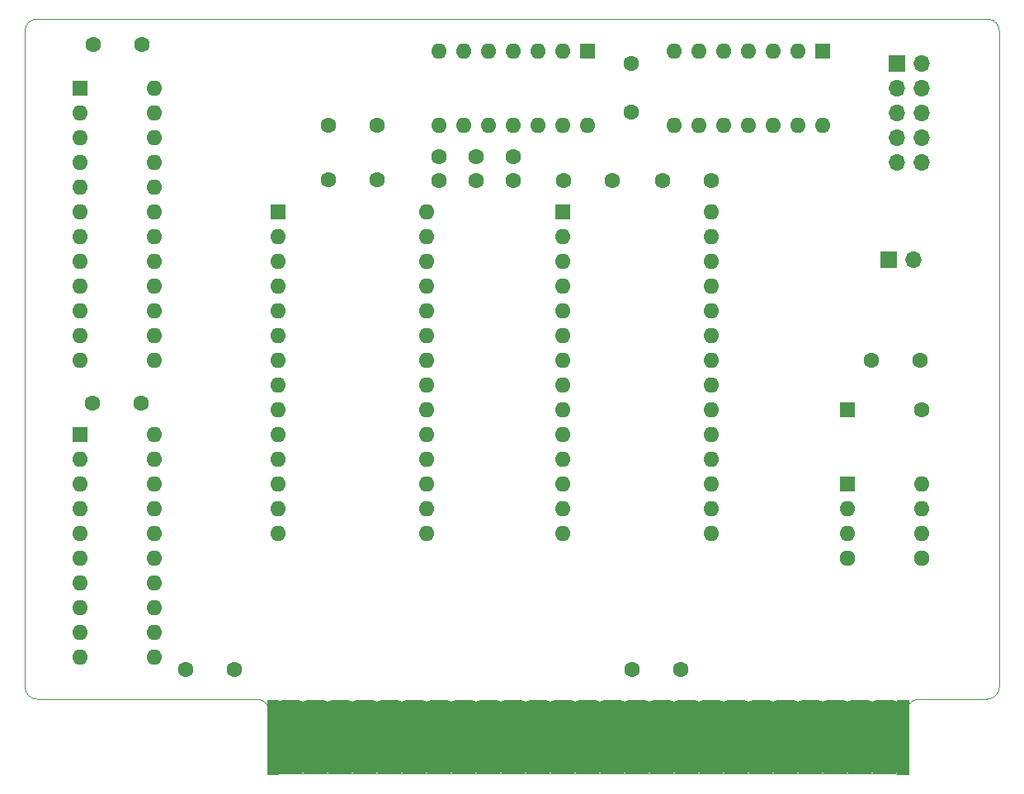
<source format=gbr>
%TF.GenerationSoftware,KiCad,Pcbnew,(6.0.8-1)-1*%
%TF.CreationDate,2022-10-18T00:20:39-07:00*%
%TF.ProjectId,SimpleSerialCard,53696d70-6c65-4536-9572-69616c436172,rev?*%
%TF.SameCoordinates,Original*%
%TF.FileFunction,Soldermask,Top*%
%TF.FilePolarity,Negative*%
%FSLAX46Y46*%
G04 Gerber Fmt 4.6, Leading zero omitted, Abs format (unit mm)*
G04 Created by KiCad (PCBNEW (6.0.8-1)-1) date 2022-10-18 00:20:39*
%MOMM*%
%LPD*%
G01*
G04 APERTURE LIST*
G04 Aperture macros list*
%AMRoundRect*
0 Rectangle with rounded corners*
0 $1 Rounding radius*
0 $2 $3 $4 $5 $6 $7 $8 $9 X,Y pos of 4 corners*
0 Add a 4 corners polygon primitive as box body*
4,1,4,$2,$3,$4,$5,$6,$7,$8,$9,$2,$3,0*
0 Add four circle primitives for the rounded corners*
1,1,$1+$1,$2,$3*
1,1,$1+$1,$4,$5*
1,1,$1+$1,$6,$7*
1,1,$1+$1,$8,$9*
0 Add four rect primitives between the rounded corners*
20,1,$1+$1,$2,$3,$4,$5,0*
20,1,$1+$1,$4,$5,$6,$7,0*
20,1,$1+$1,$6,$7,$8,$9,0*
20,1,$1+$1,$8,$9,$2,$3,0*%
G04 Aperture macros list end*
%TA.AperFunction,Profile*%
%ADD10C,0.100000*%
%TD*%
%ADD11C,0.001000*%
%ADD12O,1.700000X1.700000*%
%ADD13R,1.700000X1.700000*%
%ADD14O,1.600000X1.600000*%
%ADD15R,1.600000X1.600000*%
%ADD16C,1.600000*%
%ADD17RoundRect,0.650000X-0.762000X3.175000X-0.762000X-3.175000X0.762000X-3.175000X0.762000X3.175000X0*%
G04 APERTURE END LIST*
D10*
X201002500Y-50038000D02*
X103542500Y-50038000D01*
X103542500Y-119888000D02*
X126072500Y-119888000D01*
X194017500Y-119888000D02*
G75*
G03*
X192747500Y-121158000I0J-1270000D01*
G01*
X194017500Y-119888000D02*
X201002500Y-119888000D01*
X103542500Y-50038000D02*
G75*
G03*
X102272500Y-51308000I0J-1270000D01*
G01*
X102272500Y-118618000D02*
X102272500Y-51308000D01*
X201002500Y-119888000D02*
G75*
G03*
X202272500Y-118618000I0J1270000D01*
G01*
X102272500Y-118618000D02*
G75*
G03*
X103542500Y-119888000I1270000J0D01*
G01*
X127342500Y-121158000D02*
G75*
G03*
X126072500Y-119888000I-1270000J0D01*
G01*
X192112500Y-127508000D02*
X127977500Y-127508000D01*
X192747500Y-126873000D02*
X192112500Y-127508000D01*
X127342500Y-126873000D02*
X127977500Y-127508000D01*
X192747500Y-121158000D02*
X192747500Y-126873000D01*
X202272500Y-51308000D02*
G75*
G03*
X201002500Y-50038000I-1270000J0D01*
G01*
X202272500Y-118618000D02*
X202272500Y-51308000D01*
X127342500Y-121158000D02*
X127342500Y-126873000D01*
%TO.C,P1*%
G36*
X192913000Y-127635000D02*
G01*
X191770000Y-127635000D01*
X191770000Y-120015000D01*
X192913000Y-120015000D01*
X192913000Y-127635000D01*
G37*
D11*
X192913000Y-127635000D02*
X191770000Y-127635000D01*
X191770000Y-120015000D01*
X192913000Y-120015000D01*
X192913000Y-127635000D01*
G36*
X128270000Y-127635000D02*
G01*
X127127000Y-127635000D01*
X127127000Y-120015000D01*
X128270000Y-120015000D01*
X128270000Y-127635000D01*
G37*
X128270000Y-127635000D02*
X127127000Y-127635000D01*
X127127000Y-120015000D01*
X128270000Y-120015000D01*
X128270000Y-127635000D01*
%TD*%
D12*
%TO.C,J2*%
X194310000Y-64770000D03*
X191770000Y-64770000D03*
X194310000Y-62230000D03*
X191770000Y-62230000D03*
X194310000Y-59690000D03*
X191770000Y-59690000D03*
X194310000Y-57150000D03*
X191770000Y-57150000D03*
X194310000Y-54610000D03*
D13*
X191770000Y-54610000D03*
%TD*%
D14*
%TO.C,U1*%
X115570000Y-92710000D03*
X115570000Y-95250000D03*
X115570000Y-97790000D03*
X115570000Y-100330000D03*
X115570000Y-102870000D03*
X115570000Y-105410000D03*
X115570000Y-107950000D03*
X115570000Y-110490000D03*
X115570000Y-113030000D03*
X115570000Y-115570000D03*
X107950000Y-115570000D03*
X107950000Y-113030000D03*
X107950000Y-110490000D03*
X107950000Y-107950000D03*
X107950000Y-105410000D03*
X107950000Y-102870000D03*
X107950000Y-100330000D03*
X107950000Y-97790000D03*
X107950000Y-95250000D03*
D15*
X107950000Y-92710000D03*
%TD*%
D14*
%TO.C,U2*%
X143510000Y-69850000D03*
X143510000Y-72390000D03*
X143510000Y-74930000D03*
X143510000Y-77470000D03*
X143510000Y-80010000D03*
X143510000Y-82550000D03*
X143510000Y-85090000D03*
X143510000Y-87630000D03*
X143510000Y-90170000D03*
X143510000Y-92710000D03*
X143510000Y-95250000D03*
X143510000Y-97790000D03*
X143510000Y-100330000D03*
X143510000Y-102870000D03*
X128270000Y-102870000D03*
X128270000Y-100330000D03*
X128270000Y-97790000D03*
X128270000Y-95250000D03*
X128270000Y-92710000D03*
X128270000Y-90170000D03*
X128270000Y-87630000D03*
X128270000Y-85090000D03*
X128270000Y-82550000D03*
X128270000Y-80010000D03*
X128270000Y-77470000D03*
X128270000Y-74930000D03*
X128270000Y-72390000D03*
D15*
X128270000Y-69850000D03*
%TD*%
D14*
%TO.C,U3*%
X194310000Y-97790000D03*
X194310000Y-100330000D03*
X194310000Y-102870000D03*
X194310000Y-105410000D03*
X186690000Y-105410000D03*
X186690000Y-102870000D03*
X186690000Y-100330000D03*
D15*
X186690000Y-97790000D03*
%TD*%
D14*
%TO.C,U7*%
X184150000Y-60960000D03*
X181610000Y-60960000D03*
X179070000Y-60960000D03*
X176530000Y-60960000D03*
X173990000Y-60960000D03*
X171450000Y-60960000D03*
X168910000Y-60960000D03*
X168910000Y-53340000D03*
X171450000Y-53340000D03*
X173990000Y-53340000D03*
X176530000Y-53340000D03*
X179070000Y-53340000D03*
X181610000Y-53340000D03*
D15*
X184150000Y-53340000D03*
%TD*%
D16*
%TO.C,C2*%
X133390000Y-66548000D03*
X138390000Y-66548000D03*
%TD*%
%TO.C,C3*%
X189143000Y-85090000D03*
X194143000Y-85090000D03*
%TD*%
%TO.C,C4*%
X109260000Y-52705000D03*
X114260000Y-52705000D03*
%TD*%
%TO.C,C5*%
X167680000Y-66675000D03*
X172680000Y-66675000D03*
%TD*%
%TO.C,C7*%
X162520000Y-66675000D03*
X157520000Y-66675000D03*
%TD*%
D14*
%TO.C,U5*%
X172720000Y-69850000D03*
X172720000Y-72390000D03*
X172720000Y-74930000D03*
X172720000Y-77470000D03*
X172720000Y-80010000D03*
X172720000Y-82550000D03*
X172720000Y-85090000D03*
X172720000Y-87630000D03*
X172720000Y-90170000D03*
X172720000Y-92710000D03*
X172720000Y-95250000D03*
X172720000Y-97790000D03*
X172720000Y-100330000D03*
X172720000Y-102870000D03*
X157480000Y-102870000D03*
X157480000Y-100330000D03*
X157480000Y-97790000D03*
X157480000Y-95250000D03*
X157480000Y-92710000D03*
X157480000Y-90170000D03*
X157480000Y-87630000D03*
X157480000Y-85090000D03*
X157480000Y-82550000D03*
X157480000Y-80010000D03*
X157480000Y-77470000D03*
X157480000Y-74930000D03*
X157480000Y-72390000D03*
D15*
X157480000Y-69850000D03*
%TD*%
D16*
%TO.C,C1*%
X109220000Y-89535000D03*
X114220000Y-89535000D03*
%TD*%
D14*
%TO.C,U6*%
X160020000Y-60960000D03*
X157480000Y-60960000D03*
X154940000Y-60960000D03*
X152400000Y-60960000D03*
X149860000Y-60960000D03*
X147320000Y-60960000D03*
X144780000Y-60960000D03*
X144780000Y-53340000D03*
X147320000Y-53340000D03*
X149860000Y-53340000D03*
X152400000Y-53340000D03*
X154940000Y-53340000D03*
X157480000Y-53340000D03*
D15*
X160020000Y-53340000D03*
%TD*%
D16*
%TO.C,C6*%
X164465000Y-54650000D03*
X164465000Y-59650000D03*
%TD*%
D14*
%TO.C,U4*%
X115570000Y-57150000D03*
X115570000Y-59690000D03*
X115570000Y-62230000D03*
X115570000Y-64770000D03*
X115570000Y-67310000D03*
X115570000Y-69850000D03*
X115570000Y-72390000D03*
X115570000Y-74930000D03*
X115570000Y-77470000D03*
X115570000Y-80010000D03*
X115570000Y-82550000D03*
X115570000Y-85090000D03*
X107950000Y-85090000D03*
X107950000Y-82550000D03*
X107950000Y-80010000D03*
X107950000Y-77470000D03*
X107950000Y-74930000D03*
X107950000Y-72390000D03*
X107950000Y-69850000D03*
X107950000Y-67310000D03*
X107950000Y-64770000D03*
X107950000Y-62230000D03*
X107950000Y-59690000D03*
D15*
X107950000Y-57150000D03*
%TD*%
D12*
%TO.C,J1*%
X193421000Y-74803000D03*
D13*
X190881000Y-74803000D03*
%TD*%
D16*
%TO.C,C8*%
X133390000Y-60960000D03*
X138390000Y-60960000D03*
%TD*%
%TO.C,C14*%
X152400000Y-66675000D03*
X152400000Y-64175000D03*
%TD*%
%TO.C,C9*%
X169545000Y-116840000D03*
X164545000Y-116840000D03*
%TD*%
%TO.C,C13*%
X144780000Y-66675000D03*
X144780000Y-64175000D03*
%TD*%
%TO.C,C10*%
X118745000Y-116840000D03*
X123745000Y-116840000D03*
%TD*%
%TO.C,C12*%
X148590000Y-66675000D03*
X148590000Y-64175000D03*
%TD*%
D17*
%TO.C,P1*%
X190500000Y-123825000D03*
X187960000Y-123825000D03*
X185420000Y-123825000D03*
X182880000Y-123825000D03*
X180340000Y-123825000D03*
X177800000Y-123825000D03*
X175260000Y-123825000D03*
X172720000Y-123825000D03*
X170180000Y-123825000D03*
X167640000Y-123825000D03*
X165100000Y-123825000D03*
X162560000Y-123825000D03*
X160020000Y-123825000D03*
X157480000Y-123825000D03*
X154940000Y-123825000D03*
X152400000Y-123825000D03*
X149860000Y-123825000D03*
X147320000Y-123825000D03*
X144780000Y-123825000D03*
X142240000Y-123825000D03*
X139700000Y-123825000D03*
X137160000Y-123825000D03*
X134620000Y-123825000D03*
X132080000Y-123825000D03*
X129540000Y-123825000D03*
%TD*%
D16*
%TO.C,ALT_U3*%
X194310000Y-90170000D03*
X194310000Y-105410000D03*
X186690000Y-105410000D03*
D15*
X186690000Y-90170000D03*
%TD*%
M02*

</source>
